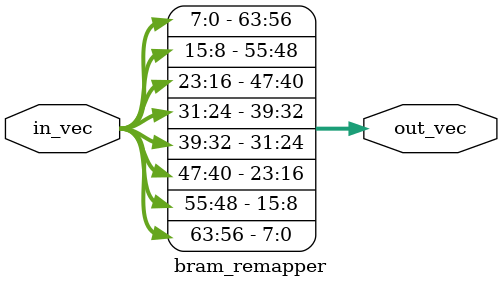
<source format=v>
module bram_remapper(
    input [63:0] in_vec,
    output [63:0] out_vec
);

assign out_vec = {in_vec[7-:8], in_vec[15-:8], in_vec[23-:8], in_vec[31-:8], in_vec[39-:8], in_vec[47-:8], in_vec[55-:8], in_vec[63-:8]};

endmodule

</source>
